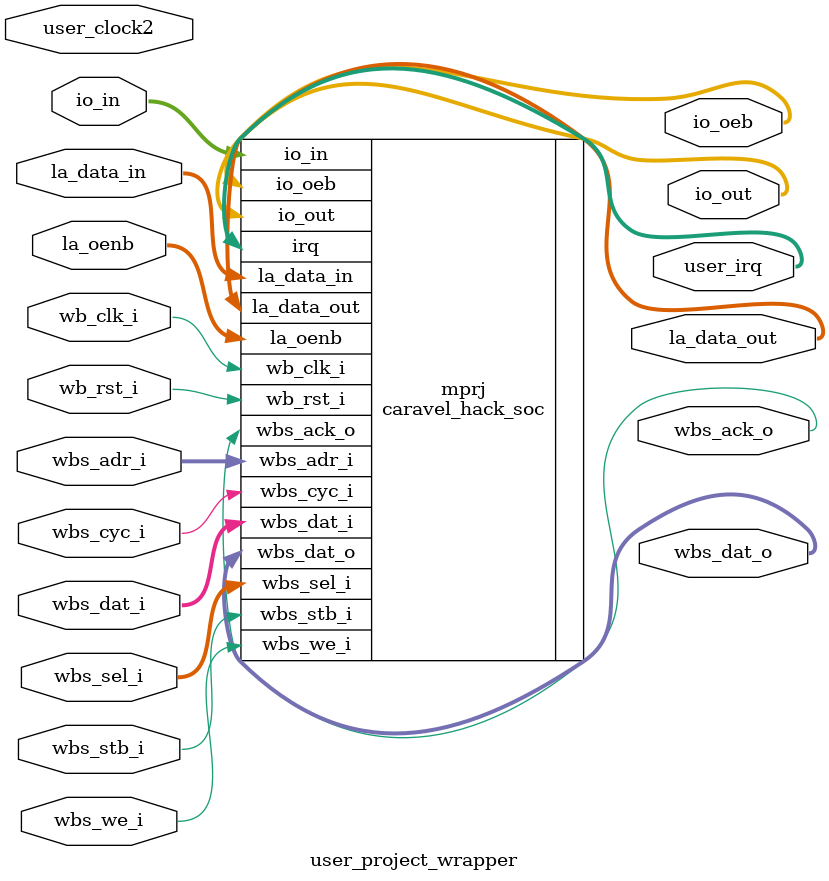
<source format=v>
module user_project_wrapper (user_clock2,
    wb_clk_i,
    wb_rst_i,
    wbs_ack_o,
    wbs_cyc_i,
    wbs_stb_i,
    wbs_we_i,
    io_in,
    io_oeb,
    io_out,
    la_data_in,
    la_data_out,
    la_oenb,
    user_irq,
    wbs_adr_i,
    wbs_dat_i,
    wbs_dat_o,
    wbs_sel_i);
 input user_clock2;
 input wb_clk_i;
 input wb_rst_i;
 output wbs_ack_o;
 input wbs_cyc_i;
 input wbs_stb_i;
 input wbs_we_i;
 input [37:0] io_in;
 output [37:0] io_oeb;
 output [37:0] io_out;
 input [63:0] la_data_in;
 output [63:0] la_data_out;
 input [63:0] la_oenb;
 output [2:0] user_irq;
 input [31:0] wbs_adr_i;
 input [31:0] wbs_dat_i;
 output [31:0] wbs_dat_o;
 input [3:0] wbs_sel_i;


 caravel_hack_soc mprj (.wb_clk_i(wb_clk_i),
    .wb_rst_i(wb_rst_i),
    .wbs_ack_o(wbs_ack_o),
    .wbs_cyc_i(wbs_cyc_i),
    .wbs_stb_i(wbs_stb_i),
    .wbs_we_i(wbs_we_i),
    .io_in({io_in[37],
    io_in[36],
    io_in[35],
    io_in[34],
    io_in[33],
    io_in[32],
    io_in[31],
    io_in[30],
    io_in[29],
    io_in[28],
    io_in[27],
    io_in[26],
    io_in[25],
    io_in[24],
    io_in[23],
    io_in[22],
    io_in[21],
    io_in[20],
    io_in[19],
    io_in[18],
    io_in[17],
    io_in[16],
    io_in[15],
    io_in[14],
    io_in[13],
    io_in[12],
    io_in[11],
    io_in[10],
    io_in[9],
    io_in[8],
    io_in[7],
    io_in[6],
    io_in[5],
    io_in[4],
    io_in[3],
    io_in[2],
    io_in[1],
    io_in[0]}),
    .io_oeb({io_oeb[37],
    io_oeb[36],
    io_oeb[35],
    io_oeb[34],
    io_oeb[33],
    io_oeb[32],
    io_oeb[31],
    io_oeb[30],
    io_oeb[29],
    io_oeb[28],
    io_oeb[27],
    io_oeb[26],
    io_oeb[25],
    io_oeb[24],
    io_oeb[23],
    io_oeb[22],
    io_oeb[21],
    io_oeb[20],
    io_oeb[19],
    io_oeb[18],
    io_oeb[17],
    io_oeb[16],
    io_oeb[15],
    io_oeb[14],
    io_oeb[13],
    io_oeb[12],
    io_oeb[11],
    io_oeb[10],
    io_oeb[9],
    io_oeb[8],
    io_oeb[7],
    io_oeb[6],
    io_oeb[5],
    io_oeb[4],
    io_oeb[3],
    io_oeb[2],
    io_oeb[1],
    io_oeb[0]}),
    .io_out({io_out[37],
    io_out[36],
    io_out[35],
    io_out[34],
    io_out[33],
    io_out[32],
    io_out[31],
    io_out[30],
    io_out[29],
    io_out[28],
    io_out[27],
    io_out[26],
    io_out[25],
    io_out[24],
    io_out[23],
    io_out[22],
    io_out[21],
    io_out[20],
    io_out[19],
    io_out[18],
    io_out[17],
    io_out[16],
    io_out[15],
    io_out[14],
    io_out[13],
    io_out[12],
    io_out[11],
    io_out[10],
    io_out[9],
    io_out[8],
    io_out[7],
    io_out[6],
    io_out[5],
    io_out[4],
    io_out[3],
    io_out[2],
    io_out[1],
    io_out[0]}),
    .irq({user_irq[2],
    user_irq[1],
    user_irq[0]}),
    .la_data_in({la_data_in[63],
    la_data_in[62],
    la_data_in[61],
    la_data_in[60],
    la_data_in[59],
    la_data_in[58],
    la_data_in[57],
    la_data_in[56],
    la_data_in[55],
    la_data_in[54],
    la_data_in[53],
    la_data_in[52],
    la_data_in[51],
    la_data_in[50],
    la_data_in[49],
    la_data_in[48],
    la_data_in[47],
    la_data_in[46],
    la_data_in[45],
    la_data_in[44],
    la_data_in[43],
    la_data_in[42],
    la_data_in[41],
    la_data_in[40],
    la_data_in[39],
    la_data_in[38],
    la_data_in[37],
    la_data_in[36],
    la_data_in[35],
    la_data_in[34],
    la_data_in[33],
    la_data_in[32],
    la_data_in[31],
    la_data_in[30],
    la_data_in[29],
    la_data_in[28],
    la_data_in[27],
    la_data_in[26],
    la_data_in[25],
    la_data_in[24],
    la_data_in[23],
    la_data_in[22],
    la_data_in[21],
    la_data_in[20],
    la_data_in[19],
    la_data_in[18],
    la_data_in[17],
    la_data_in[16],
    la_data_in[15],
    la_data_in[14],
    la_data_in[13],
    la_data_in[12],
    la_data_in[11],
    la_data_in[10],
    la_data_in[9],
    la_data_in[8],
    la_data_in[7],
    la_data_in[6],
    la_data_in[5],
    la_data_in[4],
    la_data_in[3],
    la_data_in[2],
    la_data_in[1],
    la_data_in[0]}),
    .la_data_out({la_data_out[63],
    la_data_out[62],
    la_data_out[61],
    la_data_out[60],
    la_data_out[59],
    la_data_out[58],
    la_data_out[57],
    la_data_out[56],
    la_data_out[55],
    la_data_out[54],
    la_data_out[53],
    la_data_out[52],
    la_data_out[51],
    la_data_out[50],
    la_data_out[49],
    la_data_out[48],
    la_data_out[47],
    la_data_out[46],
    la_data_out[45],
    la_data_out[44],
    la_data_out[43],
    la_data_out[42],
    la_data_out[41],
    la_data_out[40],
    la_data_out[39],
    la_data_out[38],
    la_data_out[37],
    la_data_out[36],
    la_data_out[35],
    la_data_out[34],
    la_data_out[33],
    la_data_out[32],
    la_data_out[31],
    la_data_out[30],
    la_data_out[29],
    la_data_out[28],
    la_data_out[27],
    la_data_out[26],
    la_data_out[25],
    la_data_out[24],
    la_data_out[23],
    la_data_out[22],
    la_data_out[21],
    la_data_out[20],
    la_data_out[19],
    la_data_out[18],
    la_data_out[17],
    la_data_out[16],
    la_data_out[15],
    la_data_out[14],
    la_data_out[13],
    la_data_out[12],
    la_data_out[11],
    la_data_out[10],
    la_data_out[9],
    la_data_out[8],
    la_data_out[7],
    la_data_out[6],
    la_data_out[5],
    la_data_out[4],
    la_data_out[3],
    la_data_out[2],
    la_data_out[1],
    la_data_out[0]}),
    .la_oenb({la_oenb[63],
    la_oenb[62],
    la_oenb[61],
    la_oenb[60],
    la_oenb[59],
    la_oenb[58],
    la_oenb[57],
    la_oenb[56],
    la_oenb[55],
    la_oenb[54],
    la_oenb[53],
    la_oenb[52],
    la_oenb[51],
    la_oenb[50],
    la_oenb[49],
    la_oenb[48],
    la_oenb[47],
    la_oenb[46],
    la_oenb[45],
    la_oenb[44],
    la_oenb[43],
    la_oenb[42],
    la_oenb[41],
    la_oenb[40],
    la_oenb[39],
    la_oenb[38],
    la_oenb[37],
    la_oenb[36],
    la_oenb[35],
    la_oenb[34],
    la_oenb[33],
    la_oenb[32],
    la_oenb[31],
    la_oenb[30],
    la_oenb[29],
    la_oenb[28],
    la_oenb[27],
    la_oenb[26],
    la_oenb[25],
    la_oenb[24],
    la_oenb[23],
    la_oenb[22],
    la_oenb[21],
    la_oenb[20],
    la_oenb[19],
    la_oenb[18],
    la_oenb[17],
    la_oenb[16],
    la_oenb[15],
    la_oenb[14],
    la_oenb[13],
    la_oenb[12],
    la_oenb[11],
    la_oenb[10],
    la_oenb[9],
    la_oenb[8],
    la_oenb[7],
    la_oenb[6],
    la_oenb[5],
    la_oenb[4],
    la_oenb[3],
    la_oenb[2],
    la_oenb[1],
    la_oenb[0]}),
    .wbs_adr_i({wbs_adr_i[31],
    wbs_adr_i[30],
    wbs_adr_i[29],
    wbs_adr_i[28],
    wbs_adr_i[27],
    wbs_adr_i[26],
    wbs_adr_i[25],
    wbs_adr_i[24],
    wbs_adr_i[23],
    wbs_adr_i[22],
    wbs_adr_i[21],
    wbs_adr_i[20],
    wbs_adr_i[19],
    wbs_adr_i[18],
    wbs_adr_i[17],
    wbs_adr_i[16],
    wbs_adr_i[15],
    wbs_adr_i[14],
    wbs_adr_i[13],
    wbs_adr_i[12],
    wbs_adr_i[11],
    wbs_adr_i[10],
    wbs_adr_i[9],
    wbs_adr_i[8],
    wbs_adr_i[7],
    wbs_adr_i[6],
    wbs_adr_i[5],
    wbs_adr_i[4],
    wbs_adr_i[3],
    wbs_adr_i[2],
    wbs_adr_i[1],
    wbs_adr_i[0]}),
    .wbs_dat_i({wbs_dat_i[31],
    wbs_dat_i[30],
    wbs_dat_i[29],
    wbs_dat_i[28],
    wbs_dat_i[27],
    wbs_dat_i[26],
    wbs_dat_i[25],
    wbs_dat_i[24],
    wbs_dat_i[23],
    wbs_dat_i[22],
    wbs_dat_i[21],
    wbs_dat_i[20],
    wbs_dat_i[19],
    wbs_dat_i[18],
    wbs_dat_i[17],
    wbs_dat_i[16],
    wbs_dat_i[15],
    wbs_dat_i[14],
    wbs_dat_i[13],
    wbs_dat_i[12],
    wbs_dat_i[11],
    wbs_dat_i[10],
    wbs_dat_i[9],
    wbs_dat_i[8],
    wbs_dat_i[7],
    wbs_dat_i[6],
    wbs_dat_i[5],
    wbs_dat_i[4],
    wbs_dat_i[3],
    wbs_dat_i[2],
    wbs_dat_i[1],
    wbs_dat_i[0]}),
    .wbs_dat_o({wbs_dat_o[31],
    wbs_dat_o[30],
    wbs_dat_o[29],
    wbs_dat_o[28],
    wbs_dat_o[27],
    wbs_dat_o[26],
    wbs_dat_o[25],
    wbs_dat_o[24],
    wbs_dat_o[23],
    wbs_dat_o[22],
    wbs_dat_o[21],
    wbs_dat_o[20],
    wbs_dat_o[19],
    wbs_dat_o[18],
    wbs_dat_o[17],
    wbs_dat_o[16],
    wbs_dat_o[15],
    wbs_dat_o[14],
    wbs_dat_o[13],
    wbs_dat_o[12],
    wbs_dat_o[11],
    wbs_dat_o[10],
    wbs_dat_o[9],
    wbs_dat_o[8],
    wbs_dat_o[7],
    wbs_dat_o[6],
    wbs_dat_o[5],
    wbs_dat_o[4],
    wbs_dat_o[3],
    wbs_dat_o[2],
    wbs_dat_o[1],
    wbs_dat_o[0]}),
    .wbs_sel_i({wbs_sel_i[3],
    wbs_sel_i[2],
    wbs_sel_i[1],
    wbs_sel_i[0]}));
endmodule


</source>
